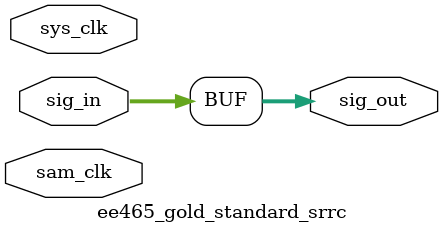
<source format=v>
module ee465_gold_standard_srrc (input sys_clk,
											input sam_clk,
											input [17:0] sig_in,
											output [17:0] sig_out);
											

assign sig_out = sig_in;											

endmodule

</source>
